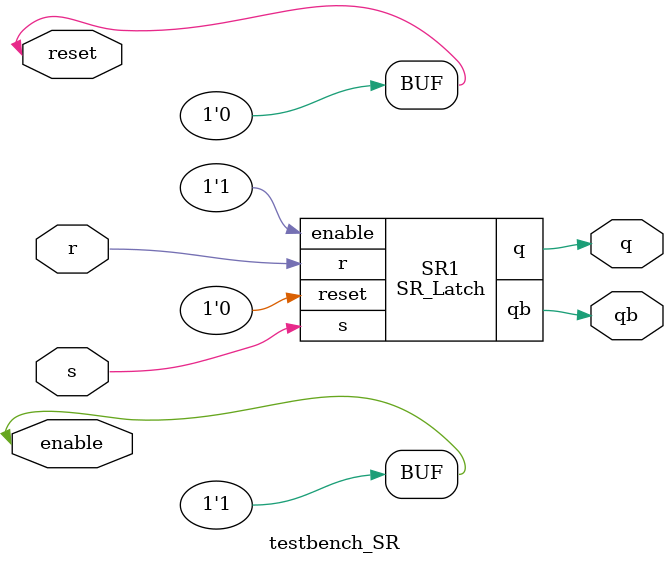
<source format=v>
module SR_Latch ( s ,r ,enable ,reset ,q ,qb );

output q ;
reg q ;
output qb ;
reg qb ;

input s ;
wire s ;
input r ;
wire r ;
input enable ;
wire enable ;
input reset ;
wire reset ;

always @ (enable or s or r or reset) begin
 if (reset) begin
  q = 0;
  qb = 1;   
 end else if (enable) begin
  if (s!=r) begin
   q = s;
   qb = r;
  end else if (s==1 && r==1) begin
   q = 1'bZ;
   qb = 1'bZ;
  end
 end
end

endmodule
module testbench_SR(s,r,enable,reset,q,qb);
input s,r,enable,reset;
output q,qb;
wire s, r, enable, reset;
wire q, qb;
assign enable = 1'b1;
assign reset = 1'b0;
//assign s= 1'b0;
//assign r= 1'b0;

SR_Latch SR1(s,r,enable,reset,q,qb);


endmodule

</source>
